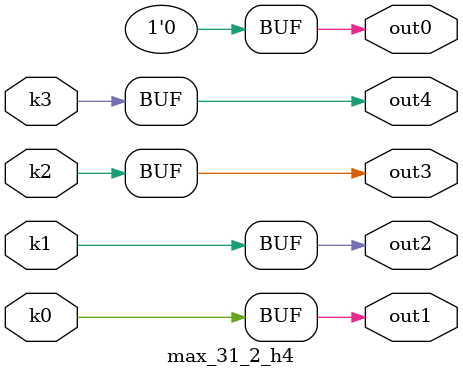
<source format=v>
module max_31_2(pi00, pi01, pi02, pi03, pi04, pi05, pi06, pi07, pi08, pi09, po0, po1, po2, po3, po4);
input pi00, pi01, pi02, pi03, pi04, pi05, pi06, pi07, pi08, pi09;
output po0, po1, po2, po3, po4;
wire k0, k1, k2, k3;
max_31_2_w4 DUT1 (pi00, pi01, pi02, pi03, pi04, pi05, pi06, pi07, pi08, pi09, k0, k1, k2, k3);
max_31_2_h4 DUT2 (k0, k1, k2, k3, po0, po1, po2, po3, po4);
endmodule

module max_31_2_w4(in9, in8, in7, in6, in5, in4, in3, in2, in1, in0, k3, k2, k1, k0);
input in9, in8, in7, in6, in5, in4, in3, in2, in1, in0;
output k3, k2, k1, k0;
assign k0 =   in4 ? in0 : in5;
assign k1 =   in4 ? in1 : in6;
assign k2 =   in4 ? in2 : in8;
assign k3 =   (((in8 & (~in7 | ~in2)) | (~in7 & ~in2)) & (in5 | ~in0) & (in6 | ~in1) & (in9 | ~in3)) | ((in9 | ~in3) & ((in6 & ~in1 & (in5 | ~in0)) | (in5 & ~in0))) | (in9 & ~in3);
endmodule

module max_31_2_h4(k3, k2, k1, k0, out4, out3, out2, out1, out0);
input k3, k2, k1, k0;
output out4, out3, out2, out1, out0;
assign out0 = 0;
assign out1 = k0;
assign out2 = k1;
assign out3 = k2;
assign out4 = k3;
endmodule

</source>
